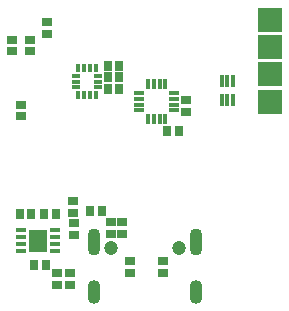
<source format=gbs>
G04*
G04 #@! TF.GenerationSoftware,Altium Limited,Altium Designer,22.10.1 (41)*
G04*
G04 Layer_Color=16711935*
%FSLAX44Y44*%
%MOMM*%
G71*
G04*
G04 #@! TF.SameCoordinates,35C75811-A236-4261-A3B1-3B9E0A362E8F*
G04*
G04*
G04 #@! TF.FilePolarity,Negative*
G04*
G01*
G75*
%ADD35R,0.7524X0.8524*%
%ADD39R,0.4524X1.1424*%
%ADD40R,0.8524X0.7524*%
%ADD45R,2.1524X2.1524*%
%ADD48C,1.2000*%
%ADD49O,1.1000X2.3000*%
%ADD50O,1.1000X2.0000*%
%ADD82R,0.9024X0.4524*%
%ADD83R,1.6024X1.9024*%
%ADD84R,0.4000X0.9000*%
%ADD85R,0.9000X0.4000*%
%ADD86R,0.7524X0.4524*%
%ADD87R,0.4524X0.7524*%
D35*
X744000Y655000D02*
D03*
X754000D02*
D03*
X818500Y760500D02*
D03*
X828500D02*
D03*
X818500Y780500D02*
D03*
X828500D02*
D03*
X818500Y770500D02*
D03*
X828500D02*
D03*
X869000Y725000D02*
D03*
X879000D02*
D03*
X766000Y612000D02*
D03*
X756000D02*
D03*
X775000Y655000D02*
D03*
X765000D02*
D03*
X804000Y657000D02*
D03*
X814000D02*
D03*
D39*
X925000Y750950D02*
D03*
X920000D02*
D03*
X915000D02*
D03*
Y767050D02*
D03*
X920000D02*
D03*
X925000D02*
D03*
D40*
X767500Y807500D02*
D03*
Y817500D02*
D03*
X752500Y792500D02*
D03*
Y802500D02*
D03*
X737500Y792500D02*
D03*
Y802500D02*
D03*
X745000Y737500D02*
D03*
Y747500D02*
D03*
X821000Y638000D02*
D03*
Y648000D02*
D03*
X776000Y595000D02*
D03*
Y605000D02*
D03*
X787000Y595000D02*
D03*
Y605000D02*
D03*
X885000Y741000D02*
D03*
Y751000D02*
D03*
X790000Y647000D02*
D03*
Y637000D02*
D03*
X789000Y656000D02*
D03*
Y666000D02*
D03*
X831000Y648000D02*
D03*
Y638000D02*
D03*
X865000Y605000D02*
D03*
Y615000D02*
D03*
X837500Y605000D02*
D03*
Y615000D02*
D03*
D45*
X956000Y750000D02*
D03*
Y773000D02*
D03*
Y819000D02*
D03*
Y796000D02*
D03*
D48*
X879000Y626000D02*
D03*
X821000D02*
D03*
D49*
X806750Y631000D02*
D03*
X893250D02*
D03*
D50*
Y589000D02*
D03*
X806750D02*
D03*
D82*
X774254Y641000D02*
D03*
Y629350D02*
D03*
Y623500D02*
D03*
X745254D02*
D03*
Y629350D02*
D03*
Y635150D02*
D03*
Y641000D02*
D03*
X774254Y635150D02*
D03*
D83*
X759754Y632250D02*
D03*
D84*
X852500Y735500D02*
D03*
X857500D02*
D03*
X862500D02*
D03*
X867500D02*
D03*
Y764500D02*
D03*
X862500D02*
D03*
X857500D02*
D03*
X852500D02*
D03*
D85*
X874500Y742500D02*
D03*
Y747500D02*
D03*
Y752500D02*
D03*
Y757500D02*
D03*
X845500D02*
D03*
Y752500D02*
D03*
Y747500D02*
D03*
Y742500D02*
D03*
D86*
X792000Y772000D02*
D03*
Y767000D02*
D03*
Y762000D02*
D03*
X810000D02*
D03*
Y767000D02*
D03*
Y772000D02*
D03*
D87*
X793500Y755500D02*
D03*
X798500D02*
D03*
X803500D02*
D03*
X808500D02*
D03*
Y778500D02*
D03*
X803500D02*
D03*
X798500D02*
D03*
X793500D02*
D03*
M02*

</source>
